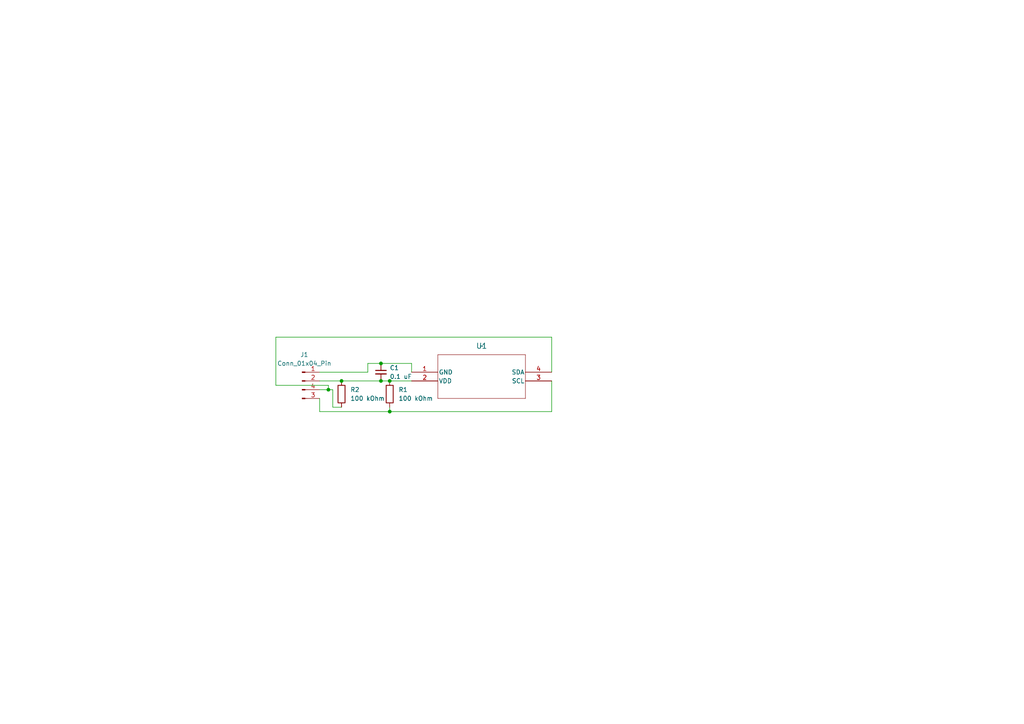
<source format=kicad_sch>
(kicad_sch (version 20230121) (generator eeschema)
  (paper "A4")
  (lib_symbols
    (symbol "Connector:Conn_01x04_Pin" (pin_names (offset 1.016) hide)
      (property "Reference" "J1" (at 0.635 7.62 0))
      (property "Value" "Conn_01x04_Pin" (at 0.635 5.08 0))
      (symbol "Conn_01x04_Pin_1_1"
        (polyline (pts (xy 1.27 -5.08) (xy 0.8636 -5.08)) (stroke (width 0.1524)))
        (polyline (pts (xy 1.27 -2.54) (xy 0.8636 -2.54)) (stroke (width 0.1524)))
        (polyline (pts (xy 1.27 0) (xy 0.8636 0)) (stroke (width 0.1524)))
        (polyline (pts (xy 1.27 2.54) (xy 0.8636 2.54)) (stroke (width 0.1524)))
        (rectangle (start 0.8636 -4.953) (end 0 -5.207) (stroke (width 0.1524)) (fill (type outline)))
        (rectangle (start 0.8636 -2.413) (end 0 -2.667) (stroke (width 0.1524)) (fill (type outline)))
        (rectangle (start 0.8636 0.127) (end 0 -0.127) (stroke (width 0.1524)) (fill (type outline)))
        (rectangle (start 0.8636 2.667) (end 0 2.413) (stroke (width 0.1524)) (fill (type outline)))
        (pin passive line (at 5.08 2.54 180) (length 3.81) (name "Pin_1") (number "1"))
        (pin passive line (at 5.08 0 180) (length 3.81) (name "Pin_2") (number "2"))
        (pin passive line (at 5.08 -5.08 180) (length 3.81) (name "Pin_3") (number "3"))
        (pin passive line (at 5.08 -2.54 180) (length 3.81) (name "Pin_4") (number "4"))
      )
    )
    (symbol "Device:C_Small" (pin_numbers hide) (pin_names (offset 0.254) hide)
      (property "Reference" "C" (at 0.254 1.778 0))
      (property "Value" "C_Small" (at 0.254 -2.032 0))
      (symbol "C_Small_0_1"
        (polyline (pts (xy -1.524 -0.508) (xy 1.524 -0.508)) (stroke (width 0.3302)))
        (polyline (pts (xy -1.524 0.508) (xy 1.524 0.508)) (stroke (width 0.3048)))
      )
      (symbol "C_Small_1_1"
        (pin passive line (at 0 2.54 270) (length 2.032) (name "~") (number "1"))
        (pin passive line (at 0 -2.54 90) (length 2.032) (name "~") (number "2"))
      )
    )
    (symbol "Device:R" (pin_numbers hide) (pin_names (offset 0))
      (property "Reference" "R" (at 2.032 0 90))
      (property "Value" "R" (at 0 0 90))
      (symbol "R_0_1"
        (rectangle (start -1.016 -2.54) (end 1.016 2.54) (stroke (width 0.254)))
      )
      (symbol "R_1_1"
        (pin passive line (at 0 3.81 270) (length 1.27) (name "~") (number "1"))
        (pin passive line (at 0 -3.81 90) (length 1.27) (name "~") (number "2"))
      )
    )
    (symbol "MS583730BA01-50 (NanoFloat Pressure Sensor):MS583730BA01-50" (pin_names (offset 0.254))
      (property "Reference" "U1" (at 20.32 10.16 0))
      (symbol "MS583730BA01-50_0_1"
        (polyline (pts (xy 7.62 -7.62) (xy 33.02 -7.62)) (stroke (width 0.127)))
        (polyline (pts (xy 7.62 5.08) (xy 7.62 -7.62)) (stroke (width 0.127)))
        (polyline (pts (xy 33.02 -7.62) (xy 33.02 5.08)) (stroke (width 0.127)))
        (polyline (pts (xy 33.02 5.08) (xy 7.62 5.08)) (stroke (width 0.127)))
        (pin power_out line (at 0 0 0) (length 7.62) (name "GND") (number "1"))
        (pin power_in line (at 0 -2.54 0) (length 7.62) (name "VDD") (number "2"))
      )
      (symbol "MS583730BA01-50_1_1"
        (pin bidirectional line (at 40.64 -2.54 180) (length 7.62) (name "SCL") (number "3"))
        (pin bidirectional line (at 40.64 0 180) (length 7.62) (name "SDA") (number "4"))
      )
    )
  )
  (junction (at 99.06 110.49))
  (junction (at 110.49 105.41))
  (junction (at 110.49 110.49))
  (junction (at 113.03 119.38))
  (junction (at 113.03 110.49))
  (junction (at 95.25 113.03))
  (wire (pts (xy 110.49 110.49) (xy 113.03 110.49)))
  (wire (pts (xy 110.49 105.41) (xy 106.68 105.41)))
  (wire (pts (xy 113.03 110.49) (xy 119.38 110.49)))
  (wire (pts (xy 80.01 111.76) (xy 80.01 97.79)))
  (wire (pts (xy 160.02 110.49) (xy 160.02 119.38)))
  (wire (pts (xy 92.71 107.95) (xy 106.68 107.95)))
  (wire (pts (xy 95.25 111.76) (xy 80.01 111.76)))
  (wire (pts (xy 160.02 119.38) (xy 113.03 119.38)))
  (wire (pts (xy 92.71 119.38) (xy 113.03 119.38)))
  (wire (pts (xy 113.03 119.38) (xy 113.03 118.11)))
  (wire (pts (xy 95.25 113.03) (xy 95.25 111.76)))
  (wire (pts (xy 119.38 105.41) (xy 119.38 107.95)))
  (wire (pts (xy 160.02 97.79) (xy 160.02 107.95)))
  (wire (pts (xy 96.52 118.11) (xy 99.06 118.11)))
  (wire (pts (xy 92.71 115.57) (xy 92.71 119.38)))
  (wire (pts (xy 95.25 113.03) (xy 96.52 113.03)))
  (wire (pts (xy 80.01 97.79) (xy 160.02 97.79)))
  (wire (pts (xy 99.06 110.49) (xy 110.49 110.49)))
  (wire (pts (xy 110.49 105.41) (xy 119.38 105.41)))
  (wire (pts (xy 92.71 113.03) (xy 95.25 113.03)))
  (wire (pts (xy 106.68 105.41) (xy 106.68 107.95)))
  (wire (pts (xy 96.52 113.03) (xy 96.52 118.11)))
  (wire (pts (xy 92.71 110.49) (xy 99.06 110.49)))
  (symbol (lib_id "MS583730BA01-50 (NanoFloat Pressure Sensor):MS583730BA01-50") (at 119.38 107.95 0) (unit 1)
    (property "Reference" "U1" (at 139.7 100.33 0) (effects (font (size 1.524 1.524))))
    (property "Value" "~" (at 139.7 100.33 0) (effects (font (size 1.524 1.524))))
    (property "Footprint" "NanoFloat Pressure Sensor:Pressure Sensor Footprint" (effects hide))
    (property "Datasheet" "MS583730BA01-50" (effects hide))
  )
  (symbol (lib_id "Connector:Conn_01x04_Pin") (at 87.63 110.49 0) (unit 1)
    (property "Reference" "J1" (at 88.265 102.87 0))
    (property "Value" "Conn_01x04_Pin" (at 88.265 105.41 0))
    (property "Footprint" "Connector_PinHeader_2.54mm:PinHeader_1x04_P2.54mm_Vertical" (effects hide))
  )
  (symbol (lib_id "Device:C_Small") (at 110.49 107.95 0) (unit 1)
    (property "Reference" "C1" (at 113.03 106.6863 0) (effects (justify left)))
    (property "Value" "0.1 uF" (at 113.03 109.2263 0) (effects (justify left)))
  )
  (symbol (lib_id "Device:R") (at 99.06 114.3 0) (unit 1)
    (property "Reference" "R2" (at 101.6 113.03 0) (effects (justify left)))
    (property "Value" "100 kOhm" (at 101.6 115.57 0) (effects (justify left)))
  )
  (symbol (lib_id "Device:R") (at 113.03 114.3 0) (unit 1)
    (property "Reference" "R1" (at 115.57 113.03 0) (effects (justify left)))
    (property "Value" "100 kOhm" (at 115.57 115.57 0) (effects (justify left)))
  )
)
</source>
